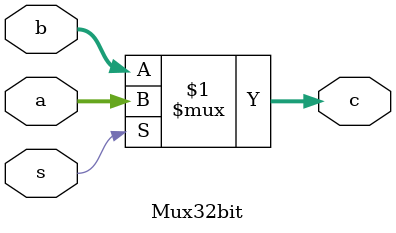
<source format=sv>
module Mux32bit (

    input [31:0]a,b,
    input wire s,
    output [31:0]c
    );
    
    assign c = s ? a : b ;
    
endmodule
</source>
